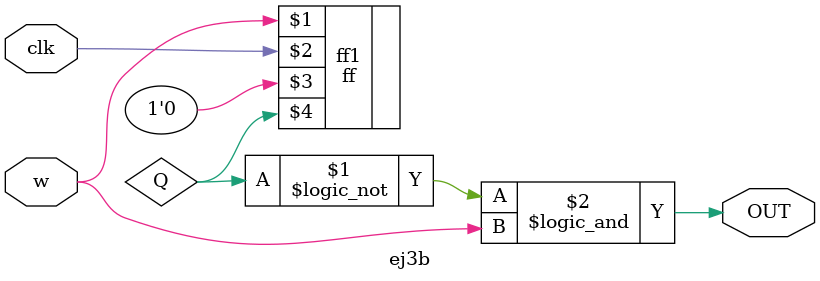
<source format=v>
module ej3b(w, clk, OUT);
	input w, clk;
	output OUT;
	wire Q;

	ff ff1(w, clk, 1'b0, Q);

	assign OUT = (!Q) && w;
 
endmodule

</source>
